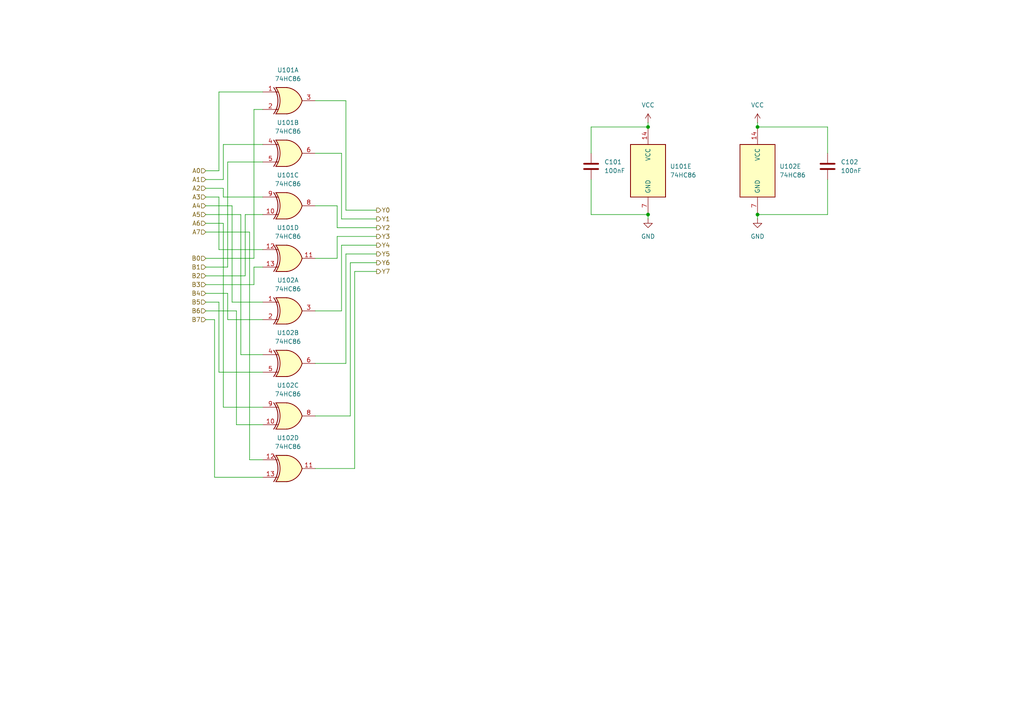
<source format=kicad_sch>
(kicad_sch (version 20250114) (generator "eeschema") (generator_version "9.0")
  (paper "A4")
  (lib_symbols
    (symbol "74xx:74HC86" (pin_names (offset 1.016))
      (property "Reference" "U" (at 0 1.27 0))
      (property "Value" "74HC86" (at 0 -1.27 0))
      (symbol "74HC86_1_0"
        (arc (start -4.4196 3.81) (mid -3.2033 0) (end -4.4196 -3.81) (stroke (width 0.254)))
        (arc (start -3.81 3.81) (mid -2.589 0) (end -3.81 -3.81) (stroke (width 0.254)))
        (polyline (pts (xy -3.81 3.81) (xy -0.635 3.81)) (stroke (width 0.254)) (fill (type background)))
        (polyline (pts (xy -3.81 -3.81) (xy -0.635 -3.81)) (stroke (width 0.254)) (fill (type background)))
        (arc (start 3.81 0) (mid 2.1855 -2.584) (end -0.6096 -3.81) (stroke (width 0.254)) (fill (type background)))
        (arc (start -0.6096 3.81) (mid 2.1928 2.5924) (end 3.81 0) (stroke (width 0.254)) (fill (type background)))
        (polyline (pts (xy -0.635 3.81) (xy -3.81 3.81) (xy -3.81 3.81) (xy -3.556 3.4036) (xy -3.0226 2.2606) (xy -2.6924 1.0414) (xy -2.6162 -0.254) (xy -2.7686 -1.4986) (xy -3.175 -2.7178) (xy -3.81 -3.81) (xy -3.81 -3.81) (xy -0.635 -3.81)) (stroke (width -25.4)) (fill (type background)))
        (pin input line (at -7.62 2.54 0) (length 4.445) (name "~") (number "1"))
        (pin input line (at -7.62 -2.54 0) (length 4.445) (name "~") (number "2"))
        (pin output line (at 7.62 0 180) (length 3.81) (name "~") (number "3"))
      )
      (symbol "74HC86_1_1"
        (polyline (pts (xy -3.81 2.54) (xy -3.175 2.54)) (stroke (width 0.1524)))
        (polyline (pts (xy -3.81 -2.54) (xy -3.175 -2.54)) (stroke (width 0.1524)))
      )
      (symbol "74HC86_2_0"
        (arc (start -4.4196 3.81) (mid -3.2033 0) (end -4.4196 -3.81) (stroke (width 0.254)))
        (arc (start -3.81 3.81) (mid -2.589 0) (end -3.81 -3.81) (stroke (width 0.254)))
        (polyline (pts (xy -3.81 3.81) (xy -0.635 3.81)) (stroke (width 0.254)) (fill (type background)))
        (polyline (pts (xy -3.81 -3.81) (xy -0.635 -3.81)) (stroke (width 0.254)) (fill (type background)))
        (arc (start 3.81 0) (mid 2.1855 -2.584) (end -0.6096 -3.81) (stroke (width 0.254)) (fill (type background)))
        (arc (start -0.6096 3.81) (mid 2.1928 2.5924) (end 3.81 0) (stroke (width 0.254)) (fill (type background)))
        (polyline (pts (xy -0.635 3.81) (xy -3.81 3.81) (xy -3.81 3.81) (xy -3.556 3.4036) (xy -3.0226 2.2606) (xy -2.6924 1.0414) (xy -2.6162 -0.254) (xy -2.7686 -1.4986) (xy -3.175 -2.7178) (xy -3.81 -3.81) (xy -3.81 -3.81) (xy -0.635 -3.81)) (stroke (width -25.4)) (fill (type background)))
        (pin input line (at -7.62 2.54 0) (length 4.445) (name "~") (number "4"))
        (pin input line (at -7.62 -2.54 0) (length 4.445) (name "~") (number "5"))
        (pin output line (at 7.62 0 180) (length 3.81) (name "~") (number "6"))
      )
      (symbol "74HC86_2_1"
        (polyline (pts (xy -3.81 2.54) (xy -3.175 2.54)) (stroke (width 0.1524)))
        (polyline (pts (xy -3.81 -2.54) (xy -3.175 -2.54)) (stroke (width 0.1524)))
      )
      (symbol "74HC86_3_0"
        (arc (start -4.4196 3.81) (mid -3.2033 0) (end -4.4196 -3.81) (stroke (width 0.254)))
        (arc (start -3.81 3.81) (mid -2.589 0) (end -3.81 -3.81) (stroke (width 0.254)))
        (polyline (pts (xy -3.81 3.81) (xy -0.635 3.81)) (stroke (width 0.254)) (fill (type background)))
        (polyline (pts (xy -3.81 -3.81) (xy -0.635 -3.81)) (stroke (width 0.254)) (fill (type background)))
        (arc (start 3.81 0) (mid 2.1855 -2.584) (end -0.6096 -3.81) (stroke (width 0.254)) (fill (type background)))
        (arc (start -0.6096 3.81) (mid 2.1928 2.5924) (end 3.81 0) (stroke (width 0.254)) (fill (type background)))
        (polyline (pts (xy -0.635 3.81) (xy -3.81 3.81) (xy -3.81 3.81) (xy -3.556 3.4036) (xy -3.0226 2.2606) (xy -2.6924 1.0414) (xy -2.6162 -0.254) (xy -2.7686 -1.4986) (xy -3.175 -2.7178) (xy -3.81 -3.81) (xy -3.81 -3.81) (xy -0.635 -3.81)) (stroke (width -25.4)) (fill (type background)))
        (pin input line (at -7.62 2.54 0) (length 4.445) (name "~") (number "9"))
        (pin input line (at -7.62 -2.54 0) (length 4.445) (name "~") (number "10"))
        (pin output line (at 7.62 0 180) (length 3.81) (name "~") (number "8"))
      )
      (symbol "74HC86_3_1"
        (polyline (pts (xy -3.81 2.54) (xy -3.175 2.54)) (stroke (width 0.1524)))
        (polyline (pts (xy -3.81 -2.54) (xy -3.175 -2.54)) (stroke (width 0.1524)))
      )
      (symbol "74HC86_4_0"
        (arc (start -4.4196 3.81) (mid -3.2033 0) (end -4.4196 -3.81) (stroke (width 0.254)))
        (arc (start -3.81 3.81) (mid -2.589 0) (end -3.81 -3.81) (stroke (width 0.254)))
        (polyline (pts (xy -3.81 3.81) (xy -0.635 3.81)) (stroke (width 0.254)) (fill (type background)))
        (polyline (pts (xy -3.81 -3.81) (xy -0.635 -3.81)) (stroke (width 0.254)) (fill (type background)))
        (arc (start 3.81 0) (mid 2.1855 -2.584) (end -0.6096 -3.81) (stroke (width 0.254)) (fill (type background)))
        (arc (start -0.6096 3.81) (mid 2.1928 2.5924) (end 3.81 0) (stroke (width 0.254)) (fill (type background)))
        (polyline (pts (xy -0.635 3.81) (xy -3.81 3.81) (xy -3.81 3.81) (xy -3.556 3.4036) (xy -3.0226 2.2606) (xy -2.6924 1.0414) (xy -2.6162 -0.254) (xy -2.7686 -1.4986) (xy -3.175 -2.7178) (xy -3.81 -3.81) (xy -3.81 -3.81) (xy -0.635 -3.81)) (stroke (width -25.4)) (fill (type background)))
        (pin input line (at -7.62 2.54 0) (length 4.445) (name "~") (number "12"))
        (pin input line (at -7.62 -2.54 0) (length 4.445) (name "~") (number "13"))
        (pin output line (at 7.62 0 180) (length 3.81) (name "~") (number "11"))
      )
      (symbol "74HC86_4_1"
        (polyline (pts (xy -3.81 2.54) (xy -3.175 2.54)) (stroke (width 0.1524)))
        (polyline (pts (xy -3.81 -2.54) (xy -3.175 -2.54)) (stroke (width 0.1524)))
      )
      (symbol "74HC86_5_0"
        (pin power_in line (at 0 12.7 270) (length 5.08) (name "VCC") (number "14"))
        (pin power_in line (at 0 -12.7 90) (length 5.08) (name "GND") (number "7"))
      )
      (symbol "74HC86_5_1"
        (rectangle (start -5.08 7.62) (end 5.08 -7.62) (stroke (width 0.254)) (fill (type background)))
      )
    )
    (symbol "Device:C" (pin_numbers (hide yes)) (pin_names (offset 0.254))
      (property "Reference" "C" (at 0.635 2.54 0))
      (property "Value" "C" (at 0.635 -2.54 0))
      (symbol "C_0_1"
        (polyline (pts (xy -2.032 0.762) (xy 2.032 0.762)) (stroke (width 0.508)))
        (polyline (pts (xy -2.032 -0.762) (xy 2.032 -0.762)) (stroke (width 0.508)))
      )
      (symbol "C_1_1"
        (pin passive line (at 0 3.81 270) (length 2.794) (name "~") (number "1"))
        (pin passive line (at 0 -3.81 90) (length 2.794) (name "~") (number "2"))
      )
    )
    (symbol "power:GND" (power) (pin_numbers (hide yes)) (pin_names (offset 0) (hide yes))
      (property "Value" "GND" (at 0 -3.81 0))
      (symbol "GND_0_1"
        (polyline (pts (xy 0 0) (xy 0 -1.27) (xy 1.27 -1.27) (xy 0 -2.54) (xy -1.27 -1.27) (xy 0 -1.27)))
      )
      (symbol "GND_1_1"
        (pin power_in line (at 0 0 270) (length 0) (name "~") (number "1"))
      )
    )
    (symbol "power:VCC" (power) (pin_numbers (hide yes)) (pin_names (offset 0) (hide yes))
      (property "Value" "VCC" (at 0 3.556 0))
      (symbol "VCC_0_1"
        (polyline (pts (xy -0.762 1.27) (xy 0 2.54)))
        (polyline (pts (xy 0 2.54) (xy 0.762 1.27)))
        (polyline (pts (xy 0 0) (xy 0 2.54)))
      )
      (symbol "VCC_1_1"
        (pin power_in line (at 0 0 90) (length 0) (name "~") (number "1"))
      )
    )
  )
  (junction (at 219.71 36.83))
  (junction (at 219.71 62.23))
  (junction (at 187.96 62.23))
  (junction (at 187.96 36.83))
  (wire (pts (xy 99.06 63.5) (xy 109.22 63.5)))
  (wire (pts (xy 59.69 57.15) (xy 63.5 57.15)))
  (wire (pts (xy 97.79 59.69) (xy 97.79 66.04)))
  (wire (pts (xy 59.69 49.53) (xy 63.5 49.53)))
  (wire (pts (xy 219.71 35.56) (xy 219.71 36.83)))
  (wire (pts (xy 59.69 85.09) (xy 66.04 85.09)))
  (wire (pts (xy 67.31 87.63) (xy 76.2 87.63)))
  (wire (pts (xy 91.44 105.41) (xy 100.33 105.41)))
  (wire (pts (xy 99.06 44.45) (xy 99.06 63.5)))
  (wire (pts (xy 59.69 90.17) (xy 68.58 90.17)))
  (wire (pts (xy 62.23 138.43) (xy 76.2 138.43)))
  (wire (pts (xy 102.87 135.89) (xy 102.87 78.74)))
  (wire (pts (xy 59.69 64.77) (xy 64.77 64.77)))
  (wire (pts (xy 100.33 29.21) (xy 100.33 60.96)))
  (wire (pts (xy 73.66 77.47) (xy 76.2 77.47)))
  (wire (pts (xy 59.69 59.69) (xy 67.31 59.69)))
  (wire (pts (xy 171.45 44.45) (xy 171.45 36.83)))
  (wire (pts (xy 68.58 90.17) (xy 68.58 123.19)))
  (wire (pts (xy 71.12 62.23) (xy 76.2 62.23)))
  (wire (pts (xy 91.44 29.21) (xy 100.33 29.21)))
  (wire (pts (xy 59.69 74.93) (xy 73.66 74.93)))
  (wire (pts (xy 72.39 133.35) (xy 76.2 133.35)))
  (wire (pts (xy 97.79 74.93) (xy 97.79 68.58)))
  (wire (pts (xy 68.58 123.19) (xy 76.2 123.19)))
  (wire (pts (xy 171.45 52.07) (xy 171.45 62.23)))
  (wire (pts (xy 72.39 67.31) (xy 72.39 133.35)))
  (wire (pts (xy 73.66 31.75) (xy 76.2 31.75)))
  (wire (pts (xy 100.33 73.66) (xy 109.22 73.66)))
  (wire (pts (xy 59.69 82.55) (xy 73.66 82.55)))
  (wire (pts (xy 64.77 118.11) (xy 76.2 118.11)))
  (wire (pts (xy 240.03 52.07) (xy 240.03 62.23)))
  (wire (pts (xy 100.33 60.96) (xy 109.22 60.96)))
  (wire (pts (xy 91.44 120.65) (xy 101.6 120.65)))
  (wire (pts (xy 66.04 85.09) (xy 66.04 92.71)))
  (wire (pts (xy 69.85 62.23) (xy 69.85 102.87)))
  (wire (pts (xy 102.87 78.74) (xy 109.22 78.74)))
  (wire (pts (xy 64.77 52.07) (xy 64.77 41.91)))
  (wire (pts (xy 97.79 68.58) (xy 109.22 68.58)))
  (wire (pts (xy 67.31 59.69) (xy 67.31 87.63)))
  (wire (pts (xy 63.5 26.67) (xy 76.2 26.67)))
  (wire (pts (xy 59.69 80.01) (xy 71.12 80.01)))
  (wire (pts (xy 66.04 77.47) (xy 66.04 46.99)))
  (wire (pts (xy 59.69 52.07) (xy 64.77 52.07)))
  (wire (pts (xy 91.44 135.89) (xy 102.87 135.89)))
  (wire (pts (xy 62.23 92.71) (xy 62.23 138.43)))
  (wire (pts (xy 71.12 80.01) (xy 71.12 62.23)))
  (wire (pts (xy 64.77 64.77) (xy 64.77 118.11)))
  (wire (pts (xy 99.06 71.12) (xy 109.22 71.12)))
  (wire (pts (xy 73.66 74.93) (xy 73.66 31.75)))
  (wire (pts (xy 240.03 36.83) (xy 219.71 36.83)))
  (wire (pts (xy 69.85 102.87) (xy 76.2 102.87)))
  (wire (pts (xy 91.44 44.45) (xy 99.06 44.45)))
  (wire (pts (xy 59.69 62.23) (xy 69.85 62.23)))
  (wire (pts (xy 59.69 77.47) (xy 66.04 77.47)))
  (wire (pts (xy 91.44 90.17) (xy 99.06 90.17)))
  (wire (pts (xy 63.5 87.63) (xy 63.5 107.95)))
  (wire (pts (xy 187.96 35.56) (xy 187.96 36.83)))
  (wire (pts (xy 64.77 41.91) (xy 76.2 41.91)))
  (wire (pts (xy 97.79 66.04) (xy 109.22 66.04)))
  (wire (pts (xy 63.5 49.53) (xy 63.5 26.67)))
  (wire (pts (xy 171.45 36.83) (xy 187.96 36.83)))
  (wire (pts (xy 59.69 67.31) (xy 72.39 67.31)))
  (wire (pts (xy 63.5 57.15) (xy 63.5 72.39)))
  (wire (pts (xy 99.06 90.17) (xy 99.06 71.12)))
  (wire (pts (xy 59.69 92.71) (xy 62.23 92.71)))
  (wire (pts (xy 63.5 107.95) (xy 76.2 107.95)))
  (wire (pts (xy 64.77 54.61) (xy 64.77 57.15)))
  (wire (pts (xy 187.96 63.5) (xy 187.96 62.23)))
  (wire (pts (xy 219.71 63.5) (xy 219.71 62.23)))
  (wire (pts (xy 101.6 120.65) (xy 101.6 76.2)))
  (wire (pts (xy 64.77 57.15) (xy 76.2 57.15)))
  (wire (pts (xy 240.03 62.23) (xy 219.71 62.23)))
  (wire (pts (xy 91.44 74.93) (xy 97.79 74.93)))
  (wire (pts (xy 101.6 76.2) (xy 109.22 76.2)))
  (wire (pts (xy 66.04 92.71) (xy 76.2 92.71)))
  (wire (pts (xy 73.66 82.55) (xy 73.66 77.47)))
  (wire (pts (xy 100.33 105.41) (xy 100.33 73.66)))
  (wire (pts (xy 240.03 44.45) (xy 240.03 36.83)))
  (wire (pts (xy 171.45 62.23) (xy 187.96 62.23)))
  (wire (pts (xy 59.69 87.63) (xy 63.5 87.63)))
  (wire (pts (xy 66.04 46.99) (xy 76.2 46.99)))
  (wire (pts (xy 91.44 59.69) (xy 97.79 59.69)))
  (wire (pts (xy 63.5 72.39) (xy 76.2 72.39)))
  (wire (pts (xy 59.69 54.61) (xy 64.77 54.61)))
  (hierarchical_label "B7" (shape input) (at 59.69 92.71 180))
  (hierarchical_label "B5" (shape input) (at 59.69 87.63 180))
  (hierarchical_label "Y0" (shape output) (at 109.22 60.96 0))
  (hierarchical_label "B1" (shape input) (at 59.69 77.47 180))
  (hierarchical_label "A5" (shape input) (at 59.69 62.23 180))
  (hierarchical_label "Y6" (shape output) (at 109.22 76.2 0))
  (hierarchical_label "A7" (shape input) (at 59.69 67.31 180))
  (hierarchical_label "B6" (shape input) (at 59.69 90.17 180))
  (hierarchical_label "A1" (shape input) (at 59.69 52.07 180))
  (hierarchical_label "B2" (shape input) (at 59.69 80.01 180))
  (hierarchical_label "A0" (shape input) (at 59.69 49.53 180))
  (hierarchical_label "Y3" (shape output) (at 109.22 68.58 0))
  (hierarchical_label "Y1" (shape output) (at 109.22 63.5 0))
  (hierarchical_label "Y2" (shape output) (at 109.22 66.04 0))
  (hierarchical_label "A4" (shape input) (at 59.69 59.69 180))
  (hierarchical_label "Y5" (shape output) (at 109.22 73.66 0))
  (hierarchical_label "B4" (shape input) (at 59.69 85.09 180))
  (hierarchical_label "A2" (shape input) (at 59.69 54.61 180))
  (hierarchical_label "Y7" (shape output) (at 109.22 78.74 0))
  (hierarchical_label "A6" (shape input) (at 59.69 64.77 180))
  (hierarchical_label "B3" (shape input) (at 59.69 82.55 180))
  (hierarchical_label "Y4" (shape output) (at 109.22 71.12 0))
  (hierarchical_label "B0" (shape input) (at 59.69 74.93 180))
  (hierarchical_label "A3" (shape input) (at 59.69 57.15 180))
  (symbol (lib_id "74xx:74HC86") (at 187.96 49.53 0) (unit 5)
    (property "Reference" "U101" (at 194.31 48.2599 0) (effects (justify left)))
    (property "Value" "74HC86" (at 194.31 50.7999 0) (effects (justify left)))
    (property "Footprint" "Package_DIP:DIP-14_W7.62mm" (effects (hide yes)))
    (property "Datasheet" "http://www.ti.com/lit/gpn/sn74HC86" (effects (hide yes)))
    (property "Description" "Quad 2-input XOR" (effects (hide yes)))
  )
  (symbol (lib_id "74xx:74HC86") (at 219.71 49.53 0) (unit 5)
    (property "Reference" "U102" (at 226.06 48.2599 0) (effects (justify left)))
    (property "Value" "74HC86" (at 226.06 50.7999 0) (effects (justify left)))
    (property "Footprint" "Package_DIP:DIP-14_W7.62mm" (effects (hide yes)))
    (property "Datasheet" "http://www.ti.com/lit/gpn/sn74HC86" (effects (hide yes)))
    (property "Description" "Quad 2-input XOR" (effects (hide yes)))
  )
  (symbol (lib_id "74xx:74HC86") (at 83.82 135.89 0) (unit 4)
    (property "Reference" "U102" (at 83.5152 127 0))
    (property "Value" "74HC86" (at 83.5152 129.54 0))
    (property "Footprint" "Package_DIP:DIP-14_W7.62mm" (effects (hide yes)))
    (property "Datasheet" "http://www.ti.com/lit/gpn/sn74HC86" (effects (hide yes)))
    (property "Description" "Quad 2-input XOR" (effects (hide yes)))
  )
  (symbol (lib_id "Device:C") (at 240.03 48.26 0) (unit 1)
    (property "Reference" "C102" (at 243.84 46.9899 0) (effects (justify left)))
    (property "Value" "100nF" (at 243.84 49.5299 0) (effects (justify left)))
    (property "Footprint" "Capacitor_THT:C_Disc_D5.0mm_W2.5mm_P5.00mm" (effects (hide yes)))
    (property "Description" "Unpolarized capacitor" (effects (hide yes)))
  )
  (symbol (lib_id "74xx:74HC86") (at 83.82 105.41 0) (unit 2)
    (property "Reference" "U102" (at 83.5152 96.52 0))
    (property "Value" "74HC86" (at 83.5152 99.06 0))
    (property "Footprint" "Package_DIP:DIP-14_W7.62mm" (effects (hide yes)))
    (property "Datasheet" "http://www.ti.com/lit/gpn/sn74HC86" (effects (hide yes)))
    (property "Description" "Quad 2-input XOR" (effects (hide yes)))
  )
  (symbol (lib_id "power:VCC") (at 187.96 35.56 0) (unit 1)
    (property "Reference" "#PWR0102" (effects (hide yes)))
    (property "Value" "VCC" (at 187.96 30.48 0))
    (property "Description" "Power symbol creates a global label with name \"VCC\"" (effects (hide yes)))
  )
  (symbol (lib_id "power:VCC") (at 219.71 35.56 0) (unit 1)
    (property "Reference" "#PWR0101" (effects (hide yes)))
    (property "Value" "VCC" (at 219.71 30.48 0))
    (property "Description" "Power symbol creates a global label with name \"VCC\"" (effects (hide yes)))
  )
  (symbol (lib_id "74xx:74HC86") (at 83.82 44.45 0) (unit 2)
    (property "Reference" "U101" (at 83.5152 35.56 0))
    (property "Value" "74HC86" (at 83.5152 38.1 0))
    (property "Footprint" "Package_DIP:DIP-14_W7.62mm" (effects (hide yes)))
    (property "Datasheet" "http://www.ti.com/lit/gpn/sn74HC86" (effects (hide yes)))
    (property "Description" "Quad 2-input XOR" (effects (hide yes)))
  )
  (symbol (lib_id "74xx:74HC86") (at 83.82 59.69 0) (unit 3)
    (property "Reference" "U101" (at 83.5152 50.8 0))
    (property "Value" "74HC86" (at 83.5152 53.34 0))
    (property "Footprint" "Package_DIP:DIP-14_W7.62mm" (effects (hide yes)))
    (property "Datasheet" "http://www.ti.com/lit/gpn/sn74HC86" (effects (hide yes)))
    (property "Description" "Quad 2-input XOR" (effects (hide yes)))
  )
  (symbol (lib_id "74xx:74HC86") (at 83.82 29.21 0) (unit 1)
    (property "Reference" "U101" (at 83.5152 20.32 0))
    (property "Value" "74HC86" (at 83.5152 22.86 0))
    (property "Footprint" "Package_DIP:DIP-14_W7.62mm" (effects (hide yes)))
    (property "Datasheet" "http://www.ti.com/lit/gpn/sn74HC86" (effects (hide yes)))
    (property "Description" "Quad 2-input XOR" (effects (hide yes)))
  )
  (symbol (lib_id "74xx:74HC86") (at 83.82 90.17 0) (unit 1)
    (property "Reference" "U102" (at 83.5152 81.28 0))
    (property "Value" "74HC86" (at 83.5152 83.82 0))
    (property "Footprint" "Package_DIP:DIP-14_W7.62mm" (effects (hide yes)))
    (property "Datasheet" "http://www.ti.com/lit/gpn/sn74HC86" (effects (hide yes)))
    (property "Description" "Quad 2-input XOR" (effects (hide yes)))
  )
  (symbol (lib_id "74xx:74HC86") (at 83.82 74.93 0) (unit 4)
    (property "Reference" "U101" (at 83.5152 66.04 0))
    (property "Value" "74HC86" (at 83.5152 68.58 0))
    (property "Footprint" "Package_DIP:DIP-14_W7.62mm" (effects (hide yes)))
    (property "Datasheet" "http://www.ti.com/lit/gpn/sn74HC86" (effects (hide yes)))
    (property "Description" "Quad 2-input XOR" (effects (hide yes)))
  )
  (symbol (lib_id "power:GND") (at 187.96 63.5 0) (unit 1)
    (property "Reference" "#PWR0103" (effects (hide yes)))
    (property "Value" "GND" (at 187.96 68.58 0))
    (property "Description" "Power symbol creates a global label with name \"GND\" , ground" (effects (hide yes)))
  )
  (symbol (lib_id "74xx:74HC86") (at 83.82 120.65 0) (unit 3)
    (property "Reference" "U102" (at 83.5152 111.76 0))
    (property "Value" "74HC86" (at 83.5152 114.3 0))
    (property "Footprint" "Package_DIP:DIP-14_W7.62mm" (effects (hide yes)))
    (property "Datasheet" "http://www.ti.com/lit/gpn/sn74HC86" (effects (hide yes)))
    (property "Description" "Quad 2-input XOR" (effects (hide yes)))
  )
  (symbol (lib_id "power:GND") (at 219.71 63.5 0) (unit 1)
    (property "Reference" "#PWR0104" (effects (hide yes)))
    (property "Value" "GND" (at 219.71 68.58 0))
    (property "Description" "Power symbol creates a global label with name \"GND\" , ground" (effects (hide yes)))
  )
  (symbol (lib_id "Device:C") (at 171.45 48.26 0) (unit 1)
    (property "Reference" "C101" (at 175.26 46.9899 0) (effects (justify left)))
    (property "Value" "100nF" (at 175.26 49.5299 0) (effects (justify left)))
    (property "Footprint" "Capacitor_THT:C_Disc_D5.0mm_W2.5mm_P5.00mm" (effects (hide yes)))
    (property "Description" "Unpolarized capacitor" (effects (hide yes)))
  )
)
</source>
